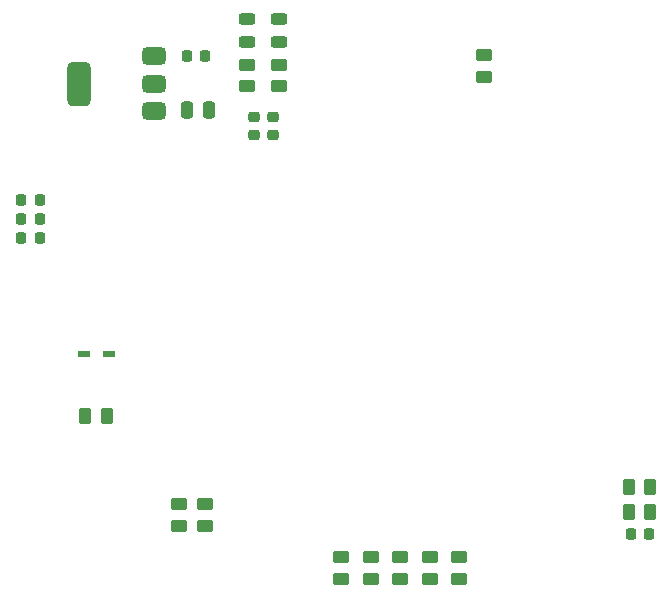
<source format=gbr>
%TF.GenerationSoftware,KiCad,Pcbnew,9.0.4*%
%TF.CreationDate,2025-09-01T15:43:59+02:00*%
%TF.ProjectId,Cours_Univ_2025_v1,436f7572-735f-4556-9e69-765f32303235,rev?*%
%TF.SameCoordinates,PX2faf080PY632ea00*%
%TF.FileFunction,Paste,Bot*%
%TF.FilePolarity,Positive*%
%FSLAX46Y46*%
G04 Gerber Fmt 4.6, Leading zero omitted, Abs format (unit mm)*
G04 Created by KiCad (PCBNEW 9.0.4) date 2025-09-01 15:43:59*
%MOMM*%
%LPD*%
G01*
G04 APERTURE LIST*
G04 Aperture macros list*
%AMRoundRect*
0 Rectangle with rounded corners*
0 $1 Rounding radius*
0 $2 $3 $4 $5 $6 $7 $8 $9 X,Y pos of 4 corners*
0 Add a 4 corners polygon primitive as box body*
4,1,4,$2,$3,$4,$5,$6,$7,$8,$9,$2,$3,0*
0 Add four circle primitives for the rounded corners*
1,1,$1+$1,$2,$3*
1,1,$1+$1,$4,$5*
1,1,$1+$1,$6,$7*
1,1,$1+$1,$8,$9*
0 Add four rect primitives between the rounded corners*
20,1,$1+$1,$2,$3,$4,$5,0*
20,1,$1+$1,$4,$5,$6,$7,0*
20,1,$1+$1,$6,$7,$8,$9,0*
20,1,$1+$1,$8,$9,$2,$3,0*%
G04 Aperture macros list end*
%ADD10R,1.000000X0.600000*%
%ADD11RoundRect,0.225000X-0.225000X-0.250000X0.225000X-0.250000X0.225000X0.250000X-0.225000X0.250000X0*%
%ADD12RoundRect,0.250000X-0.450000X0.262500X-0.450000X-0.262500X0.450000X-0.262500X0.450000X0.262500X0*%
%ADD13RoundRect,0.250000X0.450000X-0.262500X0.450000X0.262500X-0.450000X0.262500X-0.450000X-0.262500X0*%
%ADD14RoundRect,0.250000X0.262500X0.450000X-0.262500X0.450000X-0.262500X-0.450000X0.262500X-0.450000X0*%
%ADD15RoundRect,0.225000X0.225000X0.250000X-0.225000X0.250000X-0.225000X-0.250000X0.225000X-0.250000X0*%
%ADD16RoundRect,0.250000X-0.250000X-0.475000X0.250000X-0.475000X0.250000X0.475000X-0.250000X0.475000X0*%
%ADD17RoundRect,0.225000X-0.250000X0.225000X-0.250000X-0.225000X0.250000X-0.225000X0.250000X0.225000X0*%
%ADD18RoundRect,0.250000X-0.262500X-0.450000X0.262500X-0.450000X0.262500X0.450000X-0.262500X0.450000X0*%
%ADD19RoundRect,0.243750X0.456250X-0.243750X0.456250X0.243750X-0.456250X0.243750X-0.456250X-0.243750X0*%
%ADD20RoundRect,0.375000X0.625000X0.375000X-0.625000X0.375000X-0.625000X-0.375000X0.625000X-0.375000X0*%
%ADD21RoundRect,0.500000X0.500000X1.400000X-0.500000X1.400000X-0.500000X-1.400000X0.500000X-1.400000X0*%
G04 APERTURE END LIST*
D10*
%TO.C,D2*%
X10250000Y24150000D03*
X12350000Y24150000D03*
%TD*%
D11*
%TO.C,C8*%
X4925000Y35550000D03*
X6475000Y35550000D03*
%TD*%
D12*
%TO.C,R4*%
X39500000Y6912500D03*
X39500000Y5087500D03*
%TD*%
%TO.C,R5*%
X42000000Y6912500D03*
X42000000Y5087500D03*
%TD*%
%TO.C,R6*%
X34500000Y6912500D03*
X34500000Y5087500D03*
%TD*%
D13*
%TO.C,R7*%
X20500000Y9587500D03*
X20500000Y11412500D03*
%TD*%
%TO.C,R8*%
X18290000Y9577500D03*
X18290000Y11402500D03*
%TD*%
D12*
%TO.C,R9*%
X32000000Y6912500D03*
X32000000Y5087500D03*
%TD*%
%TO.C,R10*%
X37000000Y6912500D03*
X37000000Y5087500D03*
%TD*%
D14*
%TO.C,R11*%
X12162500Y18900000D03*
X10337500Y18900000D03*
%TD*%
D13*
%TO.C,R14*%
X44100000Y47587500D03*
X44100000Y49412500D03*
%TD*%
D15*
%TO.C,C4*%
X20475000Y49300000D03*
X18925000Y49300000D03*
%TD*%
%TO.C,C14*%
X58100000Y8900000D03*
X56550000Y8900000D03*
%TD*%
D14*
%TO.C,R13*%
X58162500Y12810000D03*
X56337500Y12810000D03*
%TD*%
D16*
%TO.C,C5*%
X18950000Y44800000D03*
X20850000Y44800000D03*
%TD*%
D17*
%TO.C,C12*%
X26250000Y44175000D03*
X26250000Y42625000D03*
%TD*%
%TO.C,C13*%
X24650000Y44175000D03*
X24650000Y42625000D03*
%TD*%
D11*
%TO.C,C6*%
X4925000Y33950000D03*
X6475000Y33950000D03*
%TD*%
%TO.C,C7*%
X4925000Y37150000D03*
X6475000Y37150000D03*
%TD*%
D18*
%TO.C,R12*%
X56337500Y10750000D03*
X58162500Y10750000D03*
%TD*%
D12*
%TO.C,R16*%
X24000000Y48612500D03*
X24000000Y46787500D03*
%TD*%
D19*
%TO.C,D3*%
X26700000Y50562500D03*
X26700000Y52437500D03*
%TD*%
D12*
%TO.C,R15*%
X26700000Y48612500D03*
X26700000Y46787500D03*
%TD*%
D20*
%TO.C,U3*%
X16150000Y49300000D03*
X16150000Y47000000D03*
X16150000Y44700000D03*
D21*
X9850000Y47000000D03*
%TD*%
D19*
%TO.C,D4*%
X24000000Y50562500D03*
X24000000Y52437500D03*
%TD*%
M02*

</source>
